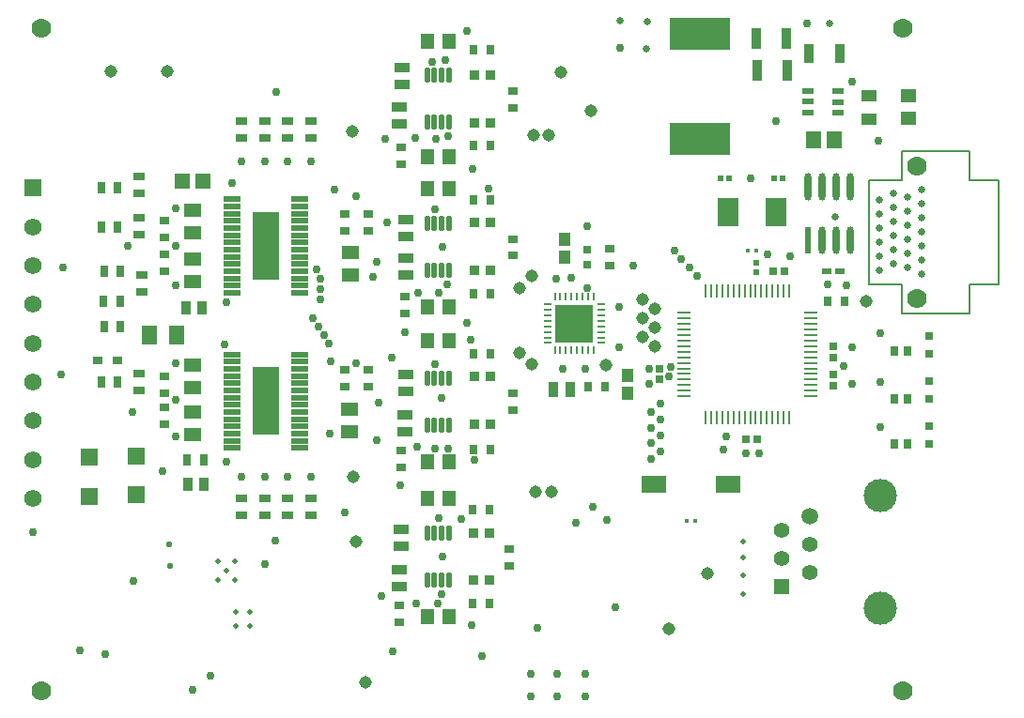
<source format=gts>
G04*
G04 #@! TF.GenerationSoftware,Altium Limited,Altium Designer,22.9.1 (49)*
G04*
G04 Layer_Color=8388736*
%FSLAX24Y24*%
%MOIN*%
G70*
G04*
G04 #@! TF.SameCoordinates,1C4C81CE-4E44-4544-AACE-53C2D62CD198*
G04*
G04*
G04 #@! TF.FilePolarity,Negative*
G04*
G01*
G75*
%ADD15C,0.0070*%
%ADD17R,0.0295X0.0394*%
%ADD18R,0.0394X0.0295*%
%ADD19R,0.0600X0.0600*%
%ADD20R,0.0377X0.0497*%
G04:AMPARAMS|DCode=21|XSize=9.8mil|YSize=27.6mil|CornerRadius=2mil|HoleSize=0mil|Usage=FLASHONLY|Rotation=180.000|XOffset=0mil|YOffset=0mil|HoleType=Round|Shape=RoundedRectangle|*
%AMROUNDEDRECTD21*
21,1,0.0098,0.0236,0,0,180.0*
21,1,0.0059,0.0276,0,0,180.0*
1,1,0.0039,-0.0030,0.0118*
1,1,0.0039,0.0030,0.0118*
1,1,0.0039,0.0030,-0.0118*
1,1,0.0039,-0.0030,-0.0118*
%
%ADD21ROUNDEDRECTD21*%
G04:AMPARAMS|DCode=22|XSize=9.8mil|YSize=27.6mil|CornerRadius=2mil|HoleSize=0mil|Usage=FLASHONLY|Rotation=90.000|XOffset=0mil|YOffset=0mil|HoleType=Round|Shape=RoundedRectangle|*
%AMROUNDEDRECTD22*
21,1,0.0098,0.0236,0,0,90.0*
21,1,0.0059,0.0276,0,0,90.0*
1,1,0.0039,0.0118,0.0030*
1,1,0.0039,0.0118,-0.0030*
1,1,0.0039,-0.0118,-0.0030*
1,1,0.0039,-0.0118,0.0030*
%
%ADD22ROUNDEDRECTD22*%
%ADD23R,0.0315X0.0315*%
%ADD24R,0.0394X0.0315*%
%ADD25R,0.0354X0.0315*%
%ADD26R,0.0533X0.0710*%
%ADD27R,0.0613X0.0500*%
%ADD28R,0.0354X0.0315*%
%ADD29R,0.0368X0.0379*%
%ADD30R,0.0315X0.0354*%
G04:AMPARAMS|DCode=31|XSize=17.7mil|YSize=63mil|CornerRadius=1.9mil|HoleSize=0mil|Usage=FLASHONLY|Rotation=90.000|XOffset=0mil|YOffset=0mil|HoleType=Round|Shape=RoundedRectangle|*
%AMROUNDEDRECTD31*
21,1,0.0177,0.0591,0,0,90.0*
21,1,0.0138,0.0630,0,0,90.0*
1,1,0.0039,0.0295,0.0069*
1,1,0.0039,0.0295,-0.0069*
1,1,0.0039,-0.0295,-0.0069*
1,1,0.0039,-0.0295,0.0069*
%
%ADD31ROUNDEDRECTD31*%
G04:AMPARAMS|DCode=32|XSize=94.5mil|YSize=242.9mil|CornerRadius=1.9mil|HoleSize=0mil|Usage=FLASHONLY|Rotation=0.000|XOffset=0mil|YOffset=0mil|HoleType=Round|Shape=RoundedRectangle|*
%AMROUNDEDRECTD32*
21,1,0.0945,0.2391,0,0,0.0*
21,1,0.0907,0.2429,0,0,0.0*
1,1,0.0038,0.0454,-0.1196*
1,1,0.0038,-0.0454,-0.1196*
1,1,0.0038,-0.0454,0.1196*
1,1,0.0038,0.0454,0.1196*
%
%ADD32ROUNDEDRECTD32*%
%ADD33R,0.0094X0.0492*%
%ADD34R,0.0492X0.0094*%
%ADD35R,0.0374X0.0217*%
%ADD36R,0.0576X0.0494*%
%ADD37R,0.0906X0.0591*%
%ADD38R,0.0354X0.0748*%
%ADD39R,0.2165X0.1181*%
%ADD40R,0.0276X0.0335*%
%ADD41R,0.0535X0.0575*%
%ADD42R,0.0554X0.0615*%
%ADD43R,0.0374X0.0669*%
%ADD44R,0.0433X0.0236*%
G04:AMPARAMS|DCode=45|XSize=97.4mil|YSize=24.5mil|CornerRadius=12.2mil|HoleSize=0mil|Usage=FLASHONLY|Rotation=90.000|XOffset=0mil|YOffset=0mil|HoleType=Round|Shape=RoundedRectangle|*
%AMROUNDEDRECTD45*
21,1,0.0974,0.0000,0,0,90.0*
21,1,0.0729,0.0245,0,0,90.0*
1,1,0.0245,0.0000,0.0365*
1,1,0.0245,0.0000,-0.0365*
1,1,0.0245,0.0000,-0.0365*
1,1,0.0245,0.0000,0.0365*
%
%ADD45ROUNDEDRECTD45*%
%ADD46R,0.0245X0.0974*%
%ADD47R,0.0531X0.0374*%
G04:AMPARAMS|DCode=48|XSize=17.7mil|YSize=51.2mil|CornerRadius=4.4mil|HoleSize=0mil|Usage=FLASHONLY|Rotation=180.000|XOffset=0mil|YOffset=0mil|HoleType=Round|Shape=RoundedRectangle|*
%AMROUNDEDRECTD48*
21,1,0.0177,0.0423,0,0,180.0*
21,1,0.0089,0.0512,0,0,180.0*
1,1,0.0089,-0.0044,0.0212*
1,1,0.0089,0.0044,0.0212*
1,1,0.0089,0.0044,-0.0212*
1,1,0.0089,-0.0044,-0.0212*
%
%ADD48ROUNDEDRECTD48*%
G04:AMPARAMS|DCode=49|XSize=17.7mil|YSize=51.2mil|CornerRadius=4.4mil|HoleSize=0mil|Usage=FLASHONLY|Rotation=180.000|XOffset=0mil|YOffset=0mil|HoleType=Round|Shape=RoundedRectangle|*
%AMROUNDEDRECTD49*
21,1,0.0177,0.0423,0,0,180.0*
21,1,0.0089,0.0512,0,0,180.0*
1,1,0.0089,-0.0044,0.0212*
1,1,0.0089,0.0044,0.0212*
1,1,0.0089,0.0044,-0.0212*
1,1,0.0089,-0.0044,-0.0212*
%
%ADD49ROUNDEDRECTD49*%
%ADD50R,0.0283X0.0299*%
%ADD51R,0.1358X0.1358*%
%ADD52R,0.0299X0.0283*%
%ADD53R,0.0354X0.0295*%
%ADD54R,0.0472X0.0571*%
%ADD55R,0.0398X0.0476*%
%ADD56R,0.0374X0.0531*%
%ADD57R,0.0217X0.0236*%
%ADD58R,0.0748X0.1024*%
%ADD59R,0.0177X0.0177*%
%ADD60R,0.0220X0.0205*%
%ADD61R,0.0276X0.0256*%
%ADD62R,0.0551X0.0394*%
%ADD63C,0.0700*%
%ADD64C,0.0200*%
%ADD65C,0.0260*%
%ADD66C,0.1181*%
%ADD67C,0.0591*%
%ADD68C,0.0551*%
%ADD69R,0.0551X0.0551*%
%ADD70C,0.0617*%
%ADD71R,0.0617X0.0617*%
%ADD72C,0.0300*%
%ADD73C,0.0450*%
%ADD74C,0.0220*%
D15*
X48066Y28296D02*
X49116D01*
X48066Y24596D02*
X49116D01*
X44526Y28286D02*
X45676D01*
X44526Y24606D02*
X45676D01*
X48066Y28296D02*
Y29321D01*
X45666D02*
X48066D01*
X45666Y23571D02*
X48066D01*
Y24596D01*
X44526Y24606D02*
Y28286D01*
X45666Y28296D02*
Y29321D01*
Y23571D02*
Y24596D01*
X49116D02*
Y28296D01*
X22750Y21356D02*
Y21023D01*
X22816Y20956D01*
X22950D01*
X23016Y21023D01*
Y21356D01*
X23416D02*
X23150D01*
Y21156D01*
X23283Y21223D01*
X23349D01*
X23416Y21156D01*
Y21023D01*
X23349Y20956D01*
X23216D01*
X23150Y21023D01*
X22750Y26863D02*
Y26530D01*
X22816Y26463D01*
X22950D01*
X23016Y26530D01*
Y26863D01*
X23349Y26463D02*
Y26863D01*
X23150Y26663D01*
X23416D01*
D17*
X17951Y25059D02*
D03*
X17361D02*
D03*
X17851Y21122D02*
D03*
X17261D02*
D03*
X17951Y23094D02*
D03*
X17361D02*
D03*
X20895Y18350D02*
D03*
X20305D02*
D03*
X17261Y28012D02*
D03*
X17851D02*
D03*
X17261Y26634D02*
D03*
X17851D02*
D03*
X17355Y24000D02*
D03*
X17945D02*
D03*
D18*
X18700Y24327D02*
D03*
Y24917D02*
D03*
X18600Y21417D02*
D03*
Y20827D02*
D03*
Y27833D02*
D03*
Y28423D02*
D03*
Y26355D02*
D03*
Y26945D02*
D03*
D19*
X16850Y17075D02*
D03*
Y18455D02*
D03*
X18500Y18490D02*
D03*
Y17110D02*
D03*
D20*
X20909Y17484D02*
D03*
X20336D02*
D03*
X20841Y23750D02*
D03*
X20268D02*
D03*
D21*
X33361Y24145D02*
D03*
X33558D02*
D03*
Y22255D02*
D03*
X33361D02*
D03*
X34739D02*
D03*
X33755Y24145D02*
D03*
X33952D02*
D03*
X34148D02*
D03*
X34345D02*
D03*
X34542D02*
D03*
X34739D02*
D03*
X33755Y22255D02*
D03*
X33952D02*
D03*
X34148D02*
D03*
X34345D02*
D03*
X34542D02*
D03*
D22*
X33105Y22511D02*
D03*
Y22708D02*
D03*
Y23692D02*
D03*
Y23889D02*
D03*
X34995D02*
D03*
Y22905D02*
D03*
Y22708D02*
D03*
X33105Y23298D02*
D03*
Y23495D02*
D03*
Y22905D02*
D03*
Y23102D02*
D03*
X34995Y23298D02*
D03*
Y23495D02*
D03*
Y23692D02*
D03*
Y22511D02*
D03*
Y23102D02*
D03*
D23*
X46650Y22125D02*
D03*
Y22775D02*
D03*
Y19575D02*
D03*
Y18925D02*
D03*
Y21175D02*
D03*
Y20525D02*
D03*
D24*
X23884Y16995D02*
D03*
Y16405D02*
D03*
X22250Y30395D02*
D03*
Y29805D02*
D03*
X23067Y30395D02*
D03*
Y29805D02*
D03*
X23884Y30395D02*
D03*
Y29805D02*
D03*
X24702Y16409D02*
D03*
Y17000D02*
D03*
X23067Y16405D02*
D03*
Y16995D02*
D03*
X22250Y16409D02*
D03*
Y17000D02*
D03*
X24702Y30395D02*
D03*
Y29805D02*
D03*
D25*
X17158Y21901D02*
D03*
X17827D02*
D03*
D26*
X18968Y22800D02*
D03*
X19932D02*
D03*
D27*
X26069Y20175D02*
D03*
Y19373D02*
D03*
X26110Y25723D02*
D03*
Y24921D02*
D03*
X20500Y26436D02*
D03*
Y27238D02*
D03*
Y20064D02*
D03*
Y19262D02*
D03*
Y20936D02*
D03*
Y21738D02*
D03*
Y25489D02*
D03*
Y24687D02*
D03*
D28*
X25900Y26505D02*
D03*
Y27095D02*
D03*
X31882Y20131D02*
D03*
Y20721D02*
D03*
Y30873D02*
D03*
Y25614D02*
D03*
X31750Y14605D02*
D03*
X26750Y21545D02*
D03*
Y20955D02*
D03*
X19500Y26265D02*
D03*
Y26856D02*
D03*
X31750Y15195D02*
D03*
X35323Y25255D02*
D03*
Y25845D02*
D03*
X26750Y27095D02*
D03*
Y26505D02*
D03*
X19500Y25055D02*
D03*
Y25645D02*
D03*
Y21329D02*
D03*
Y20739D02*
D03*
Y19621D02*
D03*
Y20211D02*
D03*
X25900Y20955D02*
D03*
Y21545D02*
D03*
X31882Y31464D02*
D03*
Y26205D02*
D03*
D29*
X31064Y30323D02*
D03*
Y25109D02*
D03*
Y19626D02*
D03*
X31032Y14100D02*
D03*
X31064Y32023D02*
D03*
X30500D02*
D03*
Y30323D02*
D03*
X31064Y26809D02*
D03*
X30500D02*
D03*
Y25109D02*
D03*
X31064Y21326D02*
D03*
X30500D02*
D03*
Y19626D02*
D03*
X31032Y15750D02*
D03*
X30468D02*
D03*
Y14100D02*
D03*
D30*
X31077Y29523D02*
D03*
Y24250D02*
D03*
Y18726D02*
D03*
X31045Y13250D02*
D03*
X43055Y24000D02*
D03*
X43645D02*
D03*
X30455Y13250D02*
D03*
X30487Y18726D02*
D03*
Y29523D02*
D03*
Y24250D02*
D03*
X34555Y20950D02*
D03*
X35145D02*
D03*
X31077Y22126D02*
D03*
X30487D02*
D03*
Y32923D02*
D03*
X31077D02*
D03*
X30487Y27609D02*
D03*
X31077D02*
D03*
X31045Y16600D02*
D03*
X30455D02*
D03*
D31*
X21898Y22106D02*
D03*
Y21850D02*
D03*
Y19036D02*
D03*
Y18780D02*
D03*
X24300Y20059D02*
D03*
Y20827D02*
D03*
X21898Y20315D02*
D03*
X24300D02*
D03*
X21898Y20571D02*
D03*
X24300D02*
D03*
Y22106D02*
D03*
Y21850D02*
D03*
Y21595D02*
D03*
Y18780D02*
D03*
Y19036D02*
D03*
Y19291D02*
D03*
Y21083D02*
D03*
Y19803D02*
D03*
X21898Y20827D02*
D03*
Y20059D02*
D03*
X24300Y21339D02*
D03*
Y19547D02*
D03*
X21898Y19291D02*
D03*
Y21595D02*
D03*
Y19803D02*
D03*
Y21083D02*
D03*
Y21339D02*
D03*
Y19547D02*
D03*
Y25054D02*
D03*
Y26846D02*
D03*
Y26590D02*
D03*
Y25310D02*
D03*
Y27102D02*
D03*
Y24798D02*
D03*
X24300Y26334D02*
D03*
Y25566D02*
D03*
X21898Y24287D02*
D03*
Y24543D02*
D03*
Y27357D02*
D03*
Y27613D02*
D03*
X24300Y25822D02*
D03*
X21898D02*
D03*
X24300Y26078D02*
D03*
X21898D02*
D03*
X24300Y27613D02*
D03*
Y27357D02*
D03*
Y27102D02*
D03*
Y24287D02*
D03*
Y24543D02*
D03*
Y24798D02*
D03*
Y26590D02*
D03*
Y25310D02*
D03*
X21898Y26334D02*
D03*
Y25566D02*
D03*
X24300Y26846D02*
D03*
Y25054D02*
D03*
D32*
X23099Y20443D02*
D03*
Y25950D02*
D03*
D33*
X41670Y19857D02*
D03*
X41474D02*
D03*
X41277D02*
D03*
X41080D02*
D03*
X40883D02*
D03*
X40686D02*
D03*
X40489D02*
D03*
X40293D02*
D03*
X40096D02*
D03*
X39899D02*
D03*
X39702D02*
D03*
X39505D02*
D03*
X39308D02*
D03*
X39111D02*
D03*
X38915D02*
D03*
X38718D02*
D03*
X41670Y24346D02*
D03*
X41474D02*
D03*
X41277D02*
D03*
X41080D02*
D03*
X40883D02*
D03*
X40686D02*
D03*
X40489D02*
D03*
X40293D02*
D03*
X40096D02*
D03*
X39899D02*
D03*
X39702D02*
D03*
X39505D02*
D03*
X39308D02*
D03*
X38915D02*
D03*
X38718D02*
D03*
X39111D02*
D03*
D34*
X42438Y20625D02*
D03*
Y20822D02*
D03*
Y21019D02*
D03*
Y21216D02*
D03*
Y21413D02*
D03*
Y21609D02*
D03*
Y21806D02*
D03*
Y22003D02*
D03*
Y22200D02*
D03*
Y22397D02*
D03*
Y22594D02*
D03*
Y22791D02*
D03*
Y22987D02*
D03*
Y23184D02*
D03*
Y23381D02*
D03*
Y23578D02*
D03*
X37950D02*
D03*
Y23381D02*
D03*
Y23184D02*
D03*
Y22987D02*
D03*
Y22200D02*
D03*
Y22003D02*
D03*
Y21806D02*
D03*
Y21609D02*
D03*
Y21413D02*
D03*
Y21216D02*
D03*
Y21019D02*
D03*
Y20822D02*
D03*
Y20625D02*
D03*
Y22397D02*
D03*
Y22594D02*
D03*
Y22791D02*
D03*
D35*
X43024Y25050D02*
D03*
X43476D02*
D03*
D36*
X45900Y31304D02*
D03*
Y30496D02*
D03*
D37*
X39519Y17486D02*
D03*
X36881D02*
D03*
D38*
X41585Y33335D02*
D03*
X40522D02*
D03*
X41608Y32192D02*
D03*
X40545D02*
D03*
D39*
X38515Y29753D02*
D03*
Y33493D02*
D03*
D40*
X45876Y18925D02*
D03*
X45424D02*
D03*
X45876Y20525D02*
D03*
X45424D02*
D03*
X45876Y22225D02*
D03*
X45424D02*
D03*
D41*
X20863Y28271D02*
D03*
X20133D02*
D03*
D42*
X43280Y29718D02*
D03*
X42531D02*
D03*
D43*
X42385Y32794D02*
D03*
X43487D02*
D03*
D44*
X42350Y31076D02*
D03*
X43413Y31450D02*
D03*
X42350D02*
D03*
X43413Y31072D02*
D03*
Y30702D02*
D03*
X42350D02*
D03*
D45*
X42850Y26149D02*
D03*
Y28051D02*
D03*
X42350D02*
D03*
X43350D02*
D03*
X43850D02*
D03*
X43350Y26149D02*
D03*
X43850D02*
D03*
D46*
X42350D02*
D03*
D47*
X27850Y13845D02*
D03*
Y14455D02*
D03*
X28050Y19345D02*
D03*
Y19955D02*
D03*
X28077Y20795D02*
D03*
Y21405D02*
D03*
X27850Y30888D02*
D03*
Y30278D02*
D03*
X27900Y15905D02*
D03*
Y15295D02*
D03*
X27950Y31695D02*
D03*
Y32305D02*
D03*
X28077Y24911D02*
D03*
Y25521D02*
D03*
Y26905D02*
D03*
Y26295D02*
D03*
D48*
X29091Y26751D02*
D03*
X29603Y25098D02*
D03*
X28835Y26751D02*
D03*
Y25098D02*
D03*
X29091D02*
D03*
X29347D02*
D03*
Y26751D02*
D03*
X29091Y21251D02*
D03*
X29603Y19598D02*
D03*
X28835Y21251D02*
D03*
Y19598D02*
D03*
X29091D02*
D03*
X29347D02*
D03*
Y21251D02*
D03*
X29091Y15744D02*
D03*
X29603Y14090D02*
D03*
X28835Y15744D02*
D03*
Y14090D02*
D03*
X29091D02*
D03*
X29347Y15744D02*
D03*
Y14090D02*
D03*
Y30366D02*
D03*
Y32019D02*
D03*
X29091Y30366D02*
D03*
X28835D02*
D03*
Y32019D02*
D03*
X29603Y30366D02*
D03*
X29091Y32019D02*
D03*
D49*
X29603Y26751D02*
D03*
Y21251D02*
D03*
Y15744D02*
D03*
Y32019D02*
D03*
D50*
X43250Y22007D02*
D03*
Y22393D02*
D03*
X37063Y21219D02*
D03*
Y21605D02*
D03*
X43250Y21007D02*
D03*
Y21393D02*
D03*
D51*
X34050Y23200D02*
D03*
D52*
X40157Y19078D02*
D03*
X40543D02*
D03*
X41107Y25050D02*
D03*
X41493D02*
D03*
D53*
X27900Y28845D02*
D03*
Y29455D02*
D03*
X28050Y23545D02*
D03*
Y24155D02*
D03*
X27850Y13205D02*
D03*
Y12595D02*
D03*
X27900Y18705D02*
D03*
Y18095D02*
D03*
D54*
X29626Y18276D02*
D03*
X28838D02*
D03*
Y23809D02*
D03*
X29626D02*
D03*
Y22576D02*
D03*
X28838D02*
D03*
X28837Y28009D02*
D03*
X29625D02*
D03*
X29626Y12776D02*
D03*
X28838D02*
D03*
X29626Y29123D02*
D03*
X28838D02*
D03*
Y16976D02*
D03*
X29626D02*
D03*
X28838Y33223D02*
D03*
X29626D02*
D03*
D55*
X33723Y26181D02*
D03*
Y25550D02*
D03*
X35950Y21366D02*
D03*
Y20734D02*
D03*
D56*
X33895Y20850D02*
D03*
X33305D02*
D03*
D57*
X40500Y25367D02*
D03*
Y25033D02*
D03*
D58*
X39504Y27150D02*
D03*
X41196D02*
D03*
D59*
X40193Y25800D02*
D03*
X40507D02*
D03*
X38043Y16200D02*
D03*
X38357D02*
D03*
D60*
X39554Y28350D02*
D03*
X39246D02*
D03*
X41146D02*
D03*
X41454D02*
D03*
D61*
X34523Y25816D02*
D03*
Y25284D02*
D03*
D62*
X44500Y30473D02*
D03*
Y31300D02*
D03*
D63*
X46196Y28796D02*
D03*
Y24096D02*
D03*
X45700Y33700D02*
D03*
Y10150D02*
D03*
X15150D02*
D03*
Y33700D02*
D03*
D64*
X40050Y13600D02*
D03*
Y14250D02*
D03*
Y14900D02*
D03*
Y15450D02*
D03*
X22050Y12950D02*
D03*
Y12450D02*
D03*
X22550D02*
D03*
X22555Y12957D02*
D03*
X21698Y14433D02*
D03*
X21400Y14100D02*
D03*
X22000D02*
D03*
Y14750D02*
D03*
X21400D02*
D03*
X23441Y19395D02*
D03*
X23099Y19393D02*
D03*
X22749D02*
D03*
X23441Y19795D02*
D03*
X23099Y19793D02*
D03*
X22749D02*
D03*
X23441Y20195D02*
D03*
X23099Y20193D02*
D03*
X22749D02*
D03*
X23449Y20693D02*
D03*
X23099D02*
D03*
X22749D02*
D03*
X23449Y21043D02*
D03*
X23099D02*
D03*
X22749D02*
D03*
X23449Y21443D02*
D03*
X23099D02*
D03*
X22749D02*
D03*
X23441Y24902D02*
D03*
X23099Y24900D02*
D03*
X22749D02*
D03*
X23441Y25302D02*
D03*
X23099Y25300D02*
D03*
X22749D02*
D03*
X23441Y25702D02*
D03*
X23099Y25700D02*
D03*
X22749D02*
D03*
X23449Y26200D02*
D03*
X23099D02*
D03*
X22749D02*
D03*
X23449Y26550D02*
D03*
X23099D02*
D03*
X22749D02*
D03*
X23449Y26950D02*
D03*
X23099D02*
D03*
X22749D02*
D03*
D65*
X45376Y25826D02*
D03*
Y26826D02*
D03*
Y27326D02*
D03*
X44876Y25076D02*
D03*
Y27076D02*
D03*
Y27576D02*
D03*
X45376Y25326D02*
D03*
Y27826D02*
D03*
X44876Y26076D02*
D03*
Y25576D02*
D03*
X45376Y26326D02*
D03*
X44876Y26576D02*
D03*
X46376Y27946D02*
D03*
Y25946D02*
D03*
Y26946D02*
D03*
Y25446D02*
D03*
Y26446D02*
D03*
X45876Y25196D02*
D03*
Y27696D02*
D03*
Y27196D02*
D03*
Y25696D02*
D03*
Y26196D02*
D03*
X46376Y27446D02*
D03*
X45876Y26696D02*
D03*
X46376Y24946D02*
D03*
X43300Y27000D02*
D03*
X43100Y33850D02*
D03*
X35690Y33966D02*
D03*
X36628Y33916D02*
D03*
X36593Y32973D02*
D03*
D66*
X44897Y13102D02*
D03*
Y17102D02*
D03*
D67*
X42397Y16350D02*
D03*
D68*
X41397Y15850D02*
D03*
X42397Y15350D02*
D03*
X41397Y14850D02*
D03*
X42397Y14350D02*
D03*
D69*
X41397Y13850D02*
D03*
D70*
X14850Y23878D02*
D03*
Y25256D02*
D03*
Y18366D02*
D03*
Y19744D02*
D03*
Y16988D02*
D03*
Y26634D02*
D03*
Y22500D02*
D03*
Y21122D02*
D03*
D71*
Y28012D02*
D03*
D72*
X29579Y18761D02*
D03*
X29102D02*
D03*
X41700Y25600D02*
D03*
X40900Y25650D02*
D03*
X21150Y10700D02*
D03*
X20500Y10200D02*
D03*
X33450Y9950D02*
D03*
Y10750D02*
D03*
X34450Y9950D02*
D03*
X32500D02*
D03*
X34437Y10775D02*
D03*
X32500Y10750D02*
D03*
X19900Y24550D02*
D03*
X14850Y15800D02*
D03*
X19450Y17950D02*
D03*
X15850Y21400D02*
D03*
X15900Y25200D02*
D03*
X21700Y18300D02*
D03*
X44900Y22850D02*
D03*
X34427Y21600D02*
D03*
X35650Y22350D02*
D03*
Y23800D02*
D03*
X36150Y25250D02*
D03*
X33400Y24800D02*
D03*
X43900Y31800D02*
D03*
X42300Y33850D02*
D03*
X43700Y24550D02*
D03*
X16500Y11600D02*
D03*
X44900Y21142D02*
D03*
Y19542D02*
D03*
X19900Y19200D02*
D03*
X27600Y11550D02*
D03*
X17400Y11450D02*
D03*
X18400Y14050D02*
D03*
X25914Y16487D02*
D03*
X30760Y11393D02*
D03*
X23073Y14666D02*
D03*
X44846Y29682D02*
D03*
X32732Y12408D02*
D03*
X41206Y30402D02*
D03*
X35524Y13140D02*
D03*
X35206Y16218D02*
D03*
X34104Y16140D02*
D03*
X34714Y16694D02*
D03*
X35687Y33008D02*
D03*
X23883Y17750D02*
D03*
X18368Y20062D02*
D03*
X27194Y13537D02*
D03*
X29387Y14915D02*
D03*
X26317Y27711D02*
D03*
X25415Y21850D02*
D03*
X25372Y19300D02*
D03*
X25557Y27952D02*
D03*
X27334Y29762D02*
D03*
X39349Y18741D02*
D03*
X30500Y18350D02*
D03*
X36781Y18382D02*
D03*
X37104Y18663D02*
D03*
X36781Y18945D02*
D03*
X37104Y20351D02*
D03*
Y19788D02*
D03*
X36781Y20070D02*
D03*
X37414Y21320D02*
D03*
X37485Y21662D02*
D03*
X38400Y24900D02*
D03*
X36781Y19507D02*
D03*
X37104Y19226D02*
D03*
X39440Y19193D02*
D03*
X27050Y19050D02*
D03*
Y25400D02*
D03*
X26900Y24850D02*
D03*
X34525Y26653D02*
D03*
X27581Y22000D02*
D03*
X29485Y32544D02*
D03*
X29018Y32489D02*
D03*
X28426Y29785D02*
D03*
X29131Y29760D02*
D03*
X29560Y29872D02*
D03*
X29535Y24598D02*
D03*
X29237Y24300D02*
D03*
X23067Y17750D02*
D03*
X30028Y16257D02*
D03*
X33574Y22743D02*
D03*
X33550Y23672D02*
D03*
X33937Y24823D02*
D03*
X34500Y24466D02*
D03*
X31000Y28000D02*
D03*
X24700Y28950D02*
D03*
X23450Y15500D02*
D03*
X22250Y17750D02*
D03*
X24700D02*
D03*
X23883Y28950D02*
D03*
X23067D02*
D03*
X22250D02*
D03*
X30450Y28700D02*
D03*
X37850Y25500D02*
D03*
X37600Y25800D02*
D03*
X38150Y25200D02*
D03*
X28484Y18814D02*
D03*
X26300Y21800D02*
D03*
X36700Y21050D02*
D03*
X24903Y25128D02*
D03*
X25050Y24426D02*
D03*
X29100Y27250D02*
D03*
X29111Y21750D02*
D03*
X29350Y13600D02*
D03*
X29250Y16300D02*
D03*
X25052Y24776D02*
D03*
X24783Y23397D02*
D03*
X24972Y23098D02*
D03*
X25161Y22799D02*
D03*
X25350Y22500D02*
D03*
X27864Y17444D02*
D03*
X19900Y20500D02*
D03*
Y25950D02*
D03*
X18200D02*
D03*
X27100Y20400D02*
D03*
X27400Y26800D02*
D03*
X25050Y24050D02*
D03*
X19900Y21800D02*
D03*
X21650Y22450D02*
D03*
X21700Y23950D02*
D03*
X19900Y27289D02*
D03*
X21900Y28200D02*
D03*
X23471Y31429D02*
D03*
X30398Y12502D02*
D03*
X29350Y20550D02*
D03*
X33648Y21600D02*
D03*
X40150Y18600D02*
D03*
X43600Y21700D02*
D03*
X28050Y22900D02*
D03*
X30238Y23238D02*
D03*
X30373Y22623D02*
D03*
X29372Y25920D02*
D03*
X30250Y33600D02*
D03*
X34550Y22722D02*
D03*
X34050Y23222D02*
D03*
X34550Y23672D02*
D03*
X40300Y28350D02*
D03*
X43055Y24605D02*
D03*
X43900Y22350D02*
D03*
X36700Y21600D02*
D03*
X43900Y21050D02*
D03*
X28450Y13250D02*
D03*
X29200D02*
D03*
X28515Y24300D02*
D03*
X40600Y18600D02*
D03*
D73*
X44400Y24000D02*
D03*
X37400Y12350D02*
D03*
X26650Y10450D02*
D03*
X34650Y30750D02*
D03*
X17600Y32150D02*
D03*
X26200Y17750D02*
D03*
X26300Y15450D02*
D03*
X19600Y32150D02*
D03*
X33592Y32130D02*
D03*
X33250Y17237D02*
D03*
X26172Y30019D02*
D03*
X32550Y24900D02*
D03*
X32100Y24450D02*
D03*
X38792Y14330D02*
D03*
X32661Y17237D02*
D03*
X32550Y21759D02*
D03*
X32100Y22156D02*
D03*
X35176Y21715D02*
D03*
X32600Y29900D02*
D03*
X33150D02*
D03*
X36909Y23717D02*
D03*
X36463Y24050D02*
D03*
X36909Y22385D02*
D03*
Y23051D02*
D03*
X36463Y22718D02*
D03*
Y23384D02*
D03*
D74*
X19692Y15366D02*
D03*
X19705Y14577D02*
D03*
M02*

</source>
